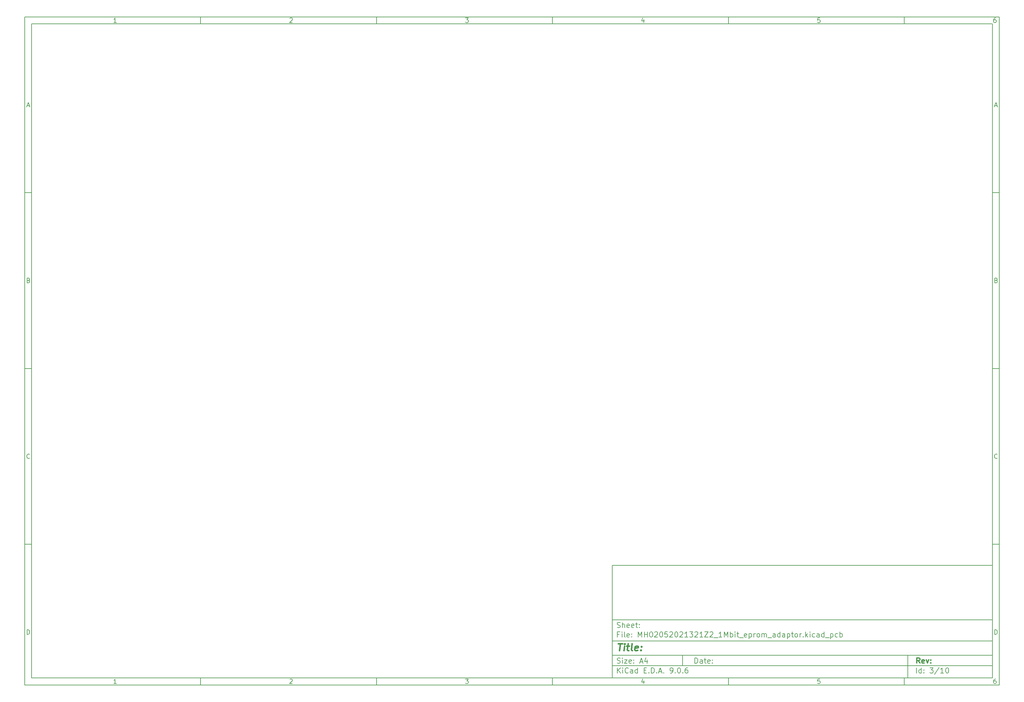
<source format=gbr>
%TF.GenerationSoftware,KiCad,Pcbnew,9.0.6*%
%TF.CreationDate,2026-01-11T11:31:52+09:00*%
%TF.ProjectId,MH02052021321Z2_1Mbit_eprom_adaptor,4d483032-3035-4323-9032-313332315a32,rev?*%
%TF.SameCoordinates,Original*%
%TF.FileFunction,Paste,Top*%
%TF.FilePolarity,Positive*%
%FSLAX46Y46*%
G04 Gerber Fmt 4.6, Leading zero omitted, Abs format (unit mm)*
G04 Created by KiCad (PCBNEW 9.0.6) date 2026-01-11 11:31:52*
%MOMM*%
%LPD*%
G01*
G04 APERTURE LIST*
%ADD10C,0.100000*%
%ADD11C,0.150000*%
%ADD12C,0.300000*%
%ADD13C,0.400000*%
G04 APERTURE END LIST*
D10*
D11*
X177002200Y-166007200D02*
X285002200Y-166007200D01*
X285002200Y-198007200D01*
X177002200Y-198007200D01*
X177002200Y-166007200D01*
D10*
D11*
X10000000Y-10000000D02*
X287002200Y-10000000D01*
X287002200Y-200007200D01*
X10000000Y-200007200D01*
X10000000Y-10000000D01*
D10*
D11*
X12000000Y-12000000D02*
X285002200Y-12000000D01*
X285002200Y-198007200D01*
X12000000Y-198007200D01*
X12000000Y-12000000D01*
D10*
D11*
X60000000Y-12000000D02*
X60000000Y-10000000D01*
D10*
D11*
X110000000Y-12000000D02*
X110000000Y-10000000D01*
D10*
D11*
X160000000Y-12000000D02*
X160000000Y-10000000D01*
D10*
D11*
X210000000Y-12000000D02*
X210000000Y-10000000D01*
D10*
D11*
X260000000Y-12000000D02*
X260000000Y-10000000D01*
D10*
D11*
X36089160Y-11593604D02*
X35346303Y-11593604D01*
X35717731Y-11593604D02*
X35717731Y-10293604D01*
X35717731Y-10293604D02*
X35593922Y-10479319D01*
X35593922Y-10479319D02*
X35470112Y-10603128D01*
X35470112Y-10603128D02*
X35346303Y-10665033D01*
D10*
D11*
X85346303Y-10417414D02*
X85408207Y-10355509D01*
X85408207Y-10355509D02*
X85532017Y-10293604D01*
X85532017Y-10293604D02*
X85841541Y-10293604D01*
X85841541Y-10293604D02*
X85965350Y-10355509D01*
X85965350Y-10355509D02*
X86027255Y-10417414D01*
X86027255Y-10417414D02*
X86089160Y-10541223D01*
X86089160Y-10541223D02*
X86089160Y-10665033D01*
X86089160Y-10665033D02*
X86027255Y-10850747D01*
X86027255Y-10850747D02*
X85284398Y-11593604D01*
X85284398Y-11593604D02*
X86089160Y-11593604D01*
D10*
D11*
X135284398Y-10293604D02*
X136089160Y-10293604D01*
X136089160Y-10293604D02*
X135655826Y-10788842D01*
X135655826Y-10788842D02*
X135841541Y-10788842D01*
X135841541Y-10788842D02*
X135965350Y-10850747D01*
X135965350Y-10850747D02*
X136027255Y-10912652D01*
X136027255Y-10912652D02*
X136089160Y-11036461D01*
X136089160Y-11036461D02*
X136089160Y-11345985D01*
X136089160Y-11345985D02*
X136027255Y-11469795D01*
X136027255Y-11469795D02*
X135965350Y-11531700D01*
X135965350Y-11531700D02*
X135841541Y-11593604D01*
X135841541Y-11593604D02*
X135470112Y-11593604D01*
X135470112Y-11593604D02*
X135346303Y-11531700D01*
X135346303Y-11531700D02*
X135284398Y-11469795D01*
D10*
D11*
X185965350Y-10726938D02*
X185965350Y-11593604D01*
X185655826Y-10231700D02*
X185346303Y-11160271D01*
X185346303Y-11160271D02*
X186151064Y-11160271D01*
D10*
D11*
X236027255Y-10293604D02*
X235408207Y-10293604D01*
X235408207Y-10293604D02*
X235346303Y-10912652D01*
X235346303Y-10912652D02*
X235408207Y-10850747D01*
X235408207Y-10850747D02*
X235532017Y-10788842D01*
X235532017Y-10788842D02*
X235841541Y-10788842D01*
X235841541Y-10788842D02*
X235965350Y-10850747D01*
X235965350Y-10850747D02*
X236027255Y-10912652D01*
X236027255Y-10912652D02*
X236089160Y-11036461D01*
X236089160Y-11036461D02*
X236089160Y-11345985D01*
X236089160Y-11345985D02*
X236027255Y-11469795D01*
X236027255Y-11469795D02*
X235965350Y-11531700D01*
X235965350Y-11531700D02*
X235841541Y-11593604D01*
X235841541Y-11593604D02*
X235532017Y-11593604D01*
X235532017Y-11593604D02*
X235408207Y-11531700D01*
X235408207Y-11531700D02*
X235346303Y-11469795D01*
D10*
D11*
X285965350Y-10293604D02*
X285717731Y-10293604D01*
X285717731Y-10293604D02*
X285593922Y-10355509D01*
X285593922Y-10355509D02*
X285532017Y-10417414D01*
X285532017Y-10417414D02*
X285408207Y-10603128D01*
X285408207Y-10603128D02*
X285346303Y-10850747D01*
X285346303Y-10850747D02*
X285346303Y-11345985D01*
X285346303Y-11345985D02*
X285408207Y-11469795D01*
X285408207Y-11469795D02*
X285470112Y-11531700D01*
X285470112Y-11531700D02*
X285593922Y-11593604D01*
X285593922Y-11593604D02*
X285841541Y-11593604D01*
X285841541Y-11593604D02*
X285965350Y-11531700D01*
X285965350Y-11531700D02*
X286027255Y-11469795D01*
X286027255Y-11469795D02*
X286089160Y-11345985D01*
X286089160Y-11345985D02*
X286089160Y-11036461D01*
X286089160Y-11036461D02*
X286027255Y-10912652D01*
X286027255Y-10912652D02*
X285965350Y-10850747D01*
X285965350Y-10850747D02*
X285841541Y-10788842D01*
X285841541Y-10788842D02*
X285593922Y-10788842D01*
X285593922Y-10788842D02*
X285470112Y-10850747D01*
X285470112Y-10850747D02*
X285408207Y-10912652D01*
X285408207Y-10912652D02*
X285346303Y-11036461D01*
D10*
D11*
X60000000Y-198007200D02*
X60000000Y-200007200D01*
D10*
D11*
X110000000Y-198007200D02*
X110000000Y-200007200D01*
D10*
D11*
X160000000Y-198007200D02*
X160000000Y-200007200D01*
D10*
D11*
X210000000Y-198007200D02*
X210000000Y-200007200D01*
D10*
D11*
X260000000Y-198007200D02*
X260000000Y-200007200D01*
D10*
D11*
X36089160Y-199600804D02*
X35346303Y-199600804D01*
X35717731Y-199600804D02*
X35717731Y-198300804D01*
X35717731Y-198300804D02*
X35593922Y-198486519D01*
X35593922Y-198486519D02*
X35470112Y-198610328D01*
X35470112Y-198610328D02*
X35346303Y-198672233D01*
D10*
D11*
X85346303Y-198424614D02*
X85408207Y-198362709D01*
X85408207Y-198362709D02*
X85532017Y-198300804D01*
X85532017Y-198300804D02*
X85841541Y-198300804D01*
X85841541Y-198300804D02*
X85965350Y-198362709D01*
X85965350Y-198362709D02*
X86027255Y-198424614D01*
X86027255Y-198424614D02*
X86089160Y-198548423D01*
X86089160Y-198548423D02*
X86089160Y-198672233D01*
X86089160Y-198672233D02*
X86027255Y-198857947D01*
X86027255Y-198857947D02*
X85284398Y-199600804D01*
X85284398Y-199600804D02*
X86089160Y-199600804D01*
D10*
D11*
X135284398Y-198300804D02*
X136089160Y-198300804D01*
X136089160Y-198300804D02*
X135655826Y-198796042D01*
X135655826Y-198796042D02*
X135841541Y-198796042D01*
X135841541Y-198796042D02*
X135965350Y-198857947D01*
X135965350Y-198857947D02*
X136027255Y-198919852D01*
X136027255Y-198919852D02*
X136089160Y-199043661D01*
X136089160Y-199043661D02*
X136089160Y-199353185D01*
X136089160Y-199353185D02*
X136027255Y-199476995D01*
X136027255Y-199476995D02*
X135965350Y-199538900D01*
X135965350Y-199538900D02*
X135841541Y-199600804D01*
X135841541Y-199600804D02*
X135470112Y-199600804D01*
X135470112Y-199600804D02*
X135346303Y-199538900D01*
X135346303Y-199538900D02*
X135284398Y-199476995D01*
D10*
D11*
X185965350Y-198734138D02*
X185965350Y-199600804D01*
X185655826Y-198238900D02*
X185346303Y-199167471D01*
X185346303Y-199167471D02*
X186151064Y-199167471D01*
D10*
D11*
X236027255Y-198300804D02*
X235408207Y-198300804D01*
X235408207Y-198300804D02*
X235346303Y-198919852D01*
X235346303Y-198919852D02*
X235408207Y-198857947D01*
X235408207Y-198857947D02*
X235532017Y-198796042D01*
X235532017Y-198796042D02*
X235841541Y-198796042D01*
X235841541Y-198796042D02*
X235965350Y-198857947D01*
X235965350Y-198857947D02*
X236027255Y-198919852D01*
X236027255Y-198919852D02*
X236089160Y-199043661D01*
X236089160Y-199043661D02*
X236089160Y-199353185D01*
X236089160Y-199353185D02*
X236027255Y-199476995D01*
X236027255Y-199476995D02*
X235965350Y-199538900D01*
X235965350Y-199538900D02*
X235841541Y-199600804D01*
X235841541Y-199600804D02*
X235532017Y-199600804D01*
X235532017Y-199600804D02*
X235408207Y-199538900D01*
X235408207Y-199538900D02*
X235346303Y-199476995D01*
D10*
D11*
X285965350Y-198300804D02*
X285717731Y-198300804D01*
X285717731Y-198300804D02*
X285593922Y-198362709D01*
X285593922Y-198362709D02*
X285532017Y-198424614D01*
X285532017Y-198424614D02*
X285408207Y-198610328D01*
X285408207Y-198610328D02*
X285346303Y-198857947D01*
X285346303Y-198857947D02*
X285346303Y-199353185D01*
X285346303Y-199353185D02*
X285408207Y-199476995D01*
X285408207Y-199476995D02*
X285470112Y-199538900D01*
X285470112Y-199538900D02*
X285593922Y-199600804D01*
X285593922Y-199600804D02*
X285841541Y-199600804D01*
X285841541Y-199600804D02*
X285965350Y-199538900D01*
X285965350Y-199538900D02*
X286027255Y-199476995D01*
X286027255Y-199476995D02*
X286089160Y-199353185D01*
X286089160Y-199353185D02*
X286089160Y-199043661D01*
X286089160Y-199043661D02*
X286027255Y-198919852D01*
X286027255Y-198919852D02*
X285965350Y-198857947D01*
X285965350Y-198857947D02*
X285841541Y-198796042D01*
X285841541Y-198796042D02*
X285593922Y-198796042D01*
X285593922Y-198796042D02*
X285470112Y-198857947D01*
X285470112Y-198857947D02*
X285408207Y-198919852D01*
X285408207Y-198919852D02*
X285346303Y-199043661D01*
D10*
D11*
X10000000Y-60000000D02*
X12000000Y-60000000D01*
D10*
D11*
X10000000Y-110000000D02*
X12000000Y-110000000D01*
D10*
D11*
X10000000Y-160000000D02*
X12000000Y-160000000D01*
D10*
D11*
X10690476Y-35222176D02*
X11309523Y-35222176D01*
X10566666Y-35593604D02*
X10999999Y-34293604D01*
X10999999Y-34293604D02*
X11433333Y-35593604D01*
D10*
D11*
X11092857Y-84912652D02*
X11278571Y-84974557D01*
X11278571Y-84974557D02*
X11340476Y-85036461D01*
X11340476Y-85036461D02*
X11402380Y-85160271D01*
X11402380Y-85160271D02*
X11402380Y-85345985D01*
X11402380Y-85345985D02*
X11340476Y-85469795D01*
X11340476Y-85469795D02*
X11278571Y-85531700D01*
X11278571Y-85531700D02*
X11154761Y-85593604D01*
X11154761Y-85593604D02*
X10659523Y-85593604D01*
X10659523Y-85593604D02*
X10659523Y-84293604D01*
X10659523Y-84293604D02*
X11092857Y-84293604D01*
X11092857Y-84293604D02*
X11216666Y-84355509D01*
X11216666Y-84355509D02*
X11278571Y-84417414D01*
X11278571Y-84417414D02*
X11340476Y-84541223D01*
X11340476Y-84541223D02*
X11340476Y-84665033D01*
X11340476Y-84665033D02*
X11278571Y-84788842D01*
X11278571Y-84788842D02*
X11216666Y-84850747D01*
X11216666Y-84850747D02*
X11092857Y-84912652D01*
X11092857Y-84912652D02*
X10659523Y-84912652D01*
D10*
D11*
X11402380Y-135469795D02*
X11340476Y-135531700D01*
X11340476Y-135531700D02*
X11154761Y-135593604D01*
X11154761Y-135593604D02*
X11030952Y-135593604D01*
X11030952Y-135593604D02*
X10845238Y-135531700D01*
X10845238Y-135531700D02*
X10721428Y-135407890D01*
X10721428Y-135407890D02*
X10659523Y-135284080D01*
X10659523Y-135284080D02*
X10597619Y-135036461D01*
X10597619Y-135036461D02*
X10597619Y-134850747D01*
X10597619Y-134850747D02*
X10659523Y-134603128D01*
X10659523Y-134603128D02*
X10721428Y-134479319D01*
X10721428Y-134479319D02*
X10845238Y-134355509D01*
X10845238Y-134355509D02*
X11030952Y-134293604D01*
X11030952Y-134293604D02*
X11154761Y-134293604D01*
X11154761Y-134293604D02*
X11340476Y-134355509D01*
X11340476Y-134355509D02*
X11402380Y-134417414D01*
D10*
D11*
X10659523Y-185593604D02*
X10659523Y-184293604D01*
X10659523Y-184293604D02*
X10969047Y-184293604D01*
X10969047Y-184293604D02*
X11154761Y-184355509D01*
X11154761Y-184355509D02*
X11278571Y-184479319D01*
X11278571Y-184479319D02*
X11340476Y-184603128D01*
X11340476Y-184603128D02*
X11402380Y-184850747D01*
X11402380Y-184850747D02*
X11402380Y-185036461D01*
X11402380Y-185036461D02*
X11340476Y-185284080D01*
X11340476Y-185284080D02*
X11278571Y-185407890D01*
X11278571Y-185407890D02*
X11154761Y-185531700D01*
X11154761Y-185531700D02*
X10969047Y-185593604D01*
X10969047Y-185593604D02*
X10659523Y-185593604D01*
D10*
D11*
X287002200Y-60000000D02*
X285002200Y-60000000D01*
D10*
D11*
X287002200Y-110000000D02*
X285002200Y-110000000D01*
D10*
D11*
X287002200Y-160000000D02*
X285002200Y-160000000D01*
D10*
D11*
X285692676Y-35222176D02*
X286311723Y-35222176D01*
X285568866Y-35593604D02*
X286002199Y-34293604D01*
X286002199Y-34293604D02*
X286435533Y-35593604D01*
D10*
D11*
X286095057Y-84912652D02*
X286280771Y-84974557D01*
X286280771Y-84974557D02*
X286342676Y-85036461D01*
X286342676Y-85036461D02*
X286404580Y-85160271D01*
X286404580Y-85160271D02*
X286404580Y-85345985D01*
X286404580Y-85345985D02*
X286342676Y-85469795D01*
X286342676Y-85469795D02*
X286280771Y-85531700D01*
X286280771Y-85531700D02*
X286156961Y-85593604D01*
X286156961Y-85593604D02*
X285661723Y-85593604D01*
X285661723Y-85593604D02*
X285661723Y-84293604D01*
X285661723Y-84293604D02*
X286095057Y-84293604D01*
X286095057Y-84293604D02*
X286218866Y-84355509D01*
X286218866Y-84355509D02*
X286280771Y-84417414D01*
X286280771Y-84417414D02*
X286342676Y-84541223D01*
X286342676Y-84541223D02*
X286342676Y-84665033D01*
X286342676Y-84665033D02*
X286280771Y-84788842D01*
X286280771Y-84788842D02*
X286218866Y-84850747D01*
X286218866Y-84850747D02*
X286095057Y-84912652D01*
X286095057Y-84912652D02*
X285661723Y-84912652D01*
D10*
D11*
X286404580Y-135469795D02*
X286342676Y-135531700D01*
X286342676Y-135531700D02*
X286156961Y-135593604D01*
X286156961Y-135593604D02*
X286033152Y-135593604D01*
X286033152Y-135593604D02*
X285847438Y-135531700D01*
X285847438Y-135531700D02*
X285723628Y-135407890D01*
X285723628Y-135407890D02*
X285661723Y-135284080D01*
X285661723Y-135284080D02*
X285599819Y-135036461D01*
X285599819Y-135036461D02*
X285599819Y-134850747D01*
X285599819Y-134850747D02*
X285661723Y-134603128D01*
X285661723Y-134603128D02*
X285723628Y-134479319D01*
X285723628Y-134479319D02*
X285847438Y-134355509D01*
X285847438Y-134355509D02*
X286033152Y-134293604D01*
X286033152Y-134293604D02*
X286156961Y-134293604D01*
X286156961Y-134293604D02*
X286342676Y-134355509D01*
X286342676Y-134355509D02*
X286404580Y-134417414D01*
D10*
D11*
X285661723Y-185593604D02*
X285661723Y-184293604D01*
X285661723Y-184293604D02*
X285971247Y-184293604D01*
X285971247Y-184293604D02*
X286156961Y-184355509D01*
X286156961Y-184355509D02*
X286280771Y-184479319D01*
X286280771Y-184479319D02*
X286342676Y-184603128D01*
X286342676Y-184603128D02*
X286404580Y-184850747D01*
X286404580Y-184850747D02*
X286404580Y-185036461D01*
X286404580Y-185036461D02*
X286342676Y-185284080D01*
X286342676Y-185284080D02*
X286280771Y-185407890D01*
X286280771Y-185407890D02*
X286156961Y-185531700D01*
X286156961Y-185531700D02*
X285971247Y-185593604D01*
X285971247Y-185593604D02*
X285661723Y-185593604D01*
D10*
D11*
X200458026Y-193793328D02*
X200458026Y-192293328D01*
X200458026Y-192293328D02*
X200815169Y-192293328D01*
X200815169Y-192293328D02*
X201029455Y-192364757D01*
X201029455Y-192364757D02*
X201172312Y-192507614D01*
X201172312Y-192507614D02*
X201243741Y-192650471D01*
X201243741Y-192650471D02*
X201315169Y-192936185D01*
X201315169Y-192936185D02*
X201315169Y-193150471D01*
X201315169Y-193150471D02*
X201243741Y-193436185D01*
X201243741Y-193436185D02*
X201172312Y-193579042D01*
X201172312Y-193579042D02*
X201029455Y-193721900D01*
X201029455Y-193721900D02*
X200815169Y-193793328D01*
X200815169Y-193793328D02*
X200458026Y-193793328D01*
X202600884Y-193793328D02*
X202600884Y-193007614D01*
X202600884Y-193007614D02*
X202529455Y-192864757D01*
X202529455Y-192864757D02*
X202386598Y-192793328D01*
X202386598Y-192793328D02*
X202100884Y-192793328D01*
X202100884Y-192793328D02*
X201958026Y-192864757D01*
X202600884Y-193721900D02*
X202458026Y-193793328D01*
X202458026Y-193793328D02*
X202100884Y-193793328D01*
X202100884Y-193793328D02*
X201958026Y-193721900D01*
X201958026Y-193721900D02*
X201886598Y-193579042D01*
X201886598Y-193579042D02*
X201886598Y-193436185D01*
X201886598Y-193436185D02*
X201958026Y-193293328D01*
X201958026Y-193293328D02*
X202100884Y-193221900D01*
X202100884Y-193221900D02*
X202458026Y-193221900D01*
X202458026Y-193221900D02*
X202600884Y-193150471D01*
X203100884Y-192793328D02*
X203672312Y-192793328D01*
X203315169Y-192293328D02*
X203315169Y-193579042D01*
X203315169Y-193579042D02*
X203386598Y-193721900D01*
X203386598Y-193721900D02*
X203529455Y-193793328D01*
X203529455Y-193793328D02*
X203672312Y-193793328D01*
X204743741Y-193721900D02*
X204600884Y-193793328D01*
X204600884Y-193793328D02*
X204315170Y-193793328D01*
X204315170Y-193793328D02*
X204172312Y-193721900D01*
X204172312Y-193721900D02*
X204100884Y-193579042D01*
X204100884Y-193579042D02*
X204100884Y-193007614D01*
X204100884Y-193007614D02*
X204172312Y-192864757D01*
X204172312Y-192864757D02*
X204315170Y-192793328D01*
X204315170Y-192793328D02*
X204600884Y-192793328D01*
X204600884Y-192793328D02*
X204743741Y-192864757D01*
X204743741Y-192864757D02*
X204815170Y-193007614D01*
X204815170Y-193007614D02*
X204815170Y-193150471D01*
X204815170Y-193150471D02*
X204100884Y-193293328D01*
X205458026Y-193650471D02*
X205529455Y-193721900D01*
X205529455Y-193721900D02*
X205458026Y-193793328D01*
X205458026Y-193793328D02*
X205386598Y-193721900D01*
X205386598Y-193721900D02*
X205458026Y-193650471D01*
X205458026Y-193650471D02*
X205458026Y-193793328D01*
X205458026Y-192864757D02*
X205529455Y-192936185D01*
X205529455Y-192936185D02*
X205458026Y-193007614D01*
X205458026Y-193007614D02*
X205386598Y-192936185D01*
X205386598Y-192936185D02*
X205458026Y-192864757D01*
X205458026Y-192864757D02*
X205458026Y-193007614D01*
D10*
D11*
X177002200Y-194507200D02*
X285002200Y-194507200D01*
D10*
D11*
X178458026Y-196593328D02*
X178458026Y-195093328D01*
X179315169Y-196593328D02*
X178672312Y-195736185D01*
X179315169Y-195093328D02*
X178458026Y-195950471D01*
X179958026Y-196593328D02*
X179958026Y-195593328D01*
X179958026Y-195093328D02*
X179886598Y-195164757D01*
X179886598Y-195164757D02*
X179958026Y-195236185D01*
X179958026Y-195236185D02*
X180029455Y-195164757D01*
X180029455Y-195164757D02*
X179958026Y-195093328D01*
X179958026Y-195093328D02*
X179958026Y-195236185D01*
X181529455Y-196450471D02*
X181458027Y-196521900D01*
X181458027Y-196521900D02*
X181243741Y-196593328D01*
X181243741Y-196593328D02*
X181100884Y-196593328D01*
X181100884Y-196593328D02*
X180886598Y-196521900D01*
X180886598Y-196521900D02*
X180743741Y-196379042D01*
X180743741Y-196379042D02*
X180672312Y-196236185D01*
X180672312Y-196236185D02*
X180600884Y-195950471D01*
X180600884Y-195950471D02*
X180600884Y-195736185D01*
X180600884Y-195736185D02*
X180672312Y-195450471D01*
X180672312Y-195450471D02*
X180743741Y-195307614D01*
X180743741Y-195307614D02*
X180886598Y-195164757D01*
X180886598Y-195164757D02*
X181100884Y-195093328D01*
X181100884Y-195093328D02*
X181243741Y-195093328D01*
X181243741Y-195093328D02*
X181458027Y-195164757D01*
X181458027Y-195164757D02*
X181529455Y-195236185D01*
X182815170Y-196593328D02*
X182815170Y-195807614D01*
X182815170Y-195807614D02*
X182743741Y-195664757D01*
X182743741Y-195664757D02*
X182600884Y-195593328D01*
X182600884Y-195593328D02*
X182315170Y-195593328D01*
X182315170Y-195593328D02*
X182172312Y-195664757D01*
X182815170Y-196521900D02*
X182672312Y-196593328D01*
X182672312Y-196593328D02*
X182315170Y-196593328D01*
X182315170Y-196593328D02*
X182172312Y-196521900D01*
X182172312Y-196521900D02*
X182100884Y-196379042D01*
X182100884Y-196379042D02*
X182100884Y-196236185D01*
X182100884Y-196236185D02*
X182172312Y-196093328D01*
X182172312Y-196093328D02*
X182315170Y-196021900D01*
X182315170Y-196021900D02*
X182672312Y-196021900D01*
X182672312Y-196021900D02*
X182815170Y-195950471D01*
X184172313Y-196593328D02*
X184172313Y-195093328D01*
X184172313Y-196521900D02*
X184029455Y-196593328D01*
X184029455Y-196593328D02*
X183743741Y-196593328D01*
X183743741Y-196593328D02*
X183600884Y-196521900D01*
X183600884Y-196521900D02*
X183529455Y-196450471D01*
X183529455Y-196450471D02*
X183458027Y-196307614D01*
X183458027Y-196307614D02*
X183458027Y-195879042D01*
X183458027Y-195879042D02*
X183529455Y-195736185D01*
X183529455Y-195736185D02*
X183600884Y-195664757D01*
X183600884Y-195664757D02*
X183743741Y-195593328D01*
X183743741Y-195593328D02*
X184029455Y-195593328D01*
X184029455Y-195593328D02*
X184172313Y-195664757D01*
X186029455Y-195807614D02*
X186529455Y-195807614D01*
X186743741Y-196593328D02*
X186029455Y-196593328D01*
X186029455Y-196593328D02*
X186029455Y-195093328D01*
X186029455Y-195093328D02*
X186743741Y-195093328D01*
X187386598Y-196450471D02*
X187458027Y-196521900D01*
X187458027Y-196521900D02*
X187386598Y-196593328D01*
X187386598Y-196593328D02*
X187315170Y-196521900D01*
X187315170Y-196521900D02*
X187386598Y-196450471D01*
X187386598Y-196450471D02*
X187386598Y-196593328D01*
X188100884Y-196593328D02*
X188100884Y-195093328D01*
X188100884Y-195093328D02*
X188458027Y-195093328D01*
X188458027Y-195093328D02*
X188672313Y-195164757D01*
X188672313Y-195164757D02*
X188815170Y-195307614D01*
X188815170Y-195307614D02*
X188886599Y-195450471D01*
X188886599Y-195450471D02*
X188958027Y-195736185D01*
X188958027Y-195736185D02*
X188958027Y-195950471D01*
X188958027Y-195950471D02*
X188886599Y-196236185D01*
X188886599Y-196236185D02*
X188815170Y-196379042D01*
X188815170Y-196379042D02*
X188672313Y-196521900D01*
X188672313Y-196521900D02*
X188458027Y-196593328D01*
X188458027Y-196593328D02*
X188100884Y-196593328D01*
X189600884Y-196450471D02*
X189672313Y-196521900D01*
X189672313Y-196521900D02*
X189600884Y-196593328D01*
X189600884Y-196593328D02*
X189529456Y-196521900D01*
X189529456Y-196521900D02*
X189600884Y-196450471D01*
X189600884Y-196450471D02*
X189600884Y-196593328D01*
X190243742Y-196164757D02*
X190958028Y-196164757D01*
X190100885Y-196593328D02*
X190600885Y-195093328D01*
X190600885Y-195093328D02*
X191100885Y-196593328D01*
X191600884Y-196450471D02*
X191672313Y-196521900D01*
X191672313Y-196521900D02*
X191600884Y-196593328D01*
X191600884Y-196593328D02*
X191529456Y-196521900D01*
X191529456Y-196521900D02*
X191600884Y-196450471D01*
X191600884Y-196450471D02*
X191600884Y-196593328D01*
X193529456Y-196593328D02*
X193815170Y-196593328D01*
X193815170Y-196593328D02*
X193958027Y-196521900D01*
X193958027Y-196521900D02*
X194029456Y-196450471D01*
X194029456Y-196450471D02*
X194172313Y-196236185D01*
X194172313Y-196236185D02*
X194243742Y-195950471D01*
X194243742Y-195950471D02*
X194243742Y-195379042D01*
X194243742Y-195379042D02*
X194172313Y-195236185D01*
X194172313Y-195236185D02*
X194100885Y-195164757D01*
X194100885Y-195164757D02*
X193958027Y-195093328D01*
X193958027Y-195093328D02*
X193672313Y-195093328D01*
X193672313Y-195093328D02*
X193529456Y-195164757D01*
X193529456Y-195164757D02*
X193458027Y-195236185D01*
X193458027Y-195236185D02*
X193386599Y-195379042D01*
X193386599Y-195379042D02*
X193386599Y-195736185D01*
X193386599Y-195736185D02*
X193458027Y-195879042D01*
X193458027Y-195879042D02*
X193529456Y-195950471D01*
X193529456Y-195950471D02*
X193672313Y-196021900D01*
X193672313Y-196021900D02*
X193958027Y-196021900D01*
X193958027Y-196021900D02*
X194100885Y-195950471D01*
X194100885Y-195950471D02*
X194172313Y-195879042D01*
X194172313Y-195879042D02*
X194243742Y-195736185D01*
X194886598Y-196450471D02*
X194958027Y-196521900D01*
X194958027Y-196521900D02*
X194886598Y-196593328D01*
X194886598Y-196593328D02*
X194815170Y-196521900D01*
X194815170Y-196521900D02*
X194886598Y-196450471D01*
X194886598Y-196450471D02*
X194886598Y-196593328D01*
X195886599Y-195093328D02*
X196029456Y-195093328D01*
X196029456Y-195093328D02*
X196172313Y-195164757D01*
X196172313Y-195164757D02*
X196243742Y-195236185D01*
X196243742Y-195236185D02*
X196315170Y-195379042D01*
X196315170Y-195379042D02*
X196386599Y-195664757D01*
X196386599Y-195664757D02*
X196386599Y-196021900D01*
X196386599Y-196021900D02*
X196315170Y-196307614D01*
X196315170Y-196307614D02*
X196243742Y-196450471D01*
X196243742Y-196450471D02*
X196172313Y-196521900D01*
X196172313Y-196521900D02*
X196029456Y-196593328D01*
X196029456Y-196593328D02*
X195886599Y-196593328D01*
X195886599Y-196593328D02*
X195743742Y-196521900D01*
X195743742Y-196521900D02*
X195672313Y-196450471D01*
X195672313Y-196450471D02*
X195600884Y-196307614D01*
X195600884Y-196307614D02*
X195529456Y-196021900D01*
X195529456Y-196021900D02*
X195529456Y-195664757D01*
X195529456Y-195664757D02*
X195600884Y-195379042D01*
X195600884Y-195379042D02*
X195672313Y-195236185D01*
X195672313Y-195236185D02*
X195743742Y-195164757D01*
X195743742Y-195164757D02*
X195886599Y-195093328D01*
X197029455Y-196450471D02*
X197100884Y-196521900D01*
X197100884Y-196521900D02*
X197029455Y-196593328D01*
X197029455Y-196593328D02*
X196958027Y-196521900D01*
X196958027Y-196521900D02*
X197029455Y-196450471D01*
X197029455Y-196450471D02*
X197029455Y-196593328D01*
X198386599Y-195093328D02*
X198100884Y-195093328D01*
X198100884Y-195093328D02*
X197958027Y-195164757D01*
X197958027Y-195164757D02*
X197886599Y-195236185D01*
X197886599Y-195236185D02*
X197743741Y-195450471D01*
X197743741Y-195450471D02*
X197672313Y-195736185D01*
X197672313Y-195736185D02*
X197672313Y-196307614D01*
X197672313Y-196307614D02*
X197743741Y-196450471D01*
X197743741Y-196450471D02*
X197815170Y-196521900D01*
X197815170Y-196521900D02*
X197958027Y-196593328D01*
X197958027Y-196593328D02*
X198243741Y-196593328D01*
X198243741Y-196593328D02*
X198386599Y-196521900D01*
X198386599Y-196521900D02*
X198458027Y-196450471D01*
X198458027Y-196450471D02*
X198529456Y-196307614D01*
X198529456Y-196307614D02*
X198529456Y-195950471D01*
X198529456Y-195950471D02*
X198458027Y-195807614D01*
X198458027Y-195807614D02*
X198386599Y-195736185D01*
X198386599Y-195736185D02*
X198243741Y-195664757D01*
X198243741Y-195664757D02*
X197958027Y-195664757D01*
X197958027Y-195664757D02*
X197815170Y-195736185D01*
X197815170Y-195736185D02*
X197743741Y-195807614D01*
X197743741Y-195807614D02*
X197672313Y-195950471D01*
D10*
D11*
X177002200Y-191507200D02*
X285002200Y-191507200D01*
D10*
D12*
X264413853Y-193785528D02*
X263913853Y-193071242D01*
X263556710Y-193785528D02*
X263556710Y-192285528D01*
X263556710Y-192285528D02*
X264128139Y-192285528D01*
X264128139Y-192285528D02*
X264270996Y-192356957D01*
X264270996Y-192356957D02*
X264342425Y-192428385D01*
X264342425Y-192428385D02*
X264413853Y-192571242D01*
X264413853Y-192571242D02*
X264413853Y-192785528D01*
X264413853Y-192785528D02*
X264342425Y-192928385D01*
X264342425Y-192928385D02*
X264270996Y-192999814D01*
X264270996Y-192999814D02*
X264128139Y-193071242D01*
X264128139Y-193071242D02*
X263556710Y-193071242D01*
X265628139Y-193714100D02*
X265485282Y-193785528D01*
X265485282Y-193785528D02*
X265199568Y-193785528D01*
X265199568Y-193785528D02*
X265056710Y-193714100D01*
X265056710Y-193714100D02*
X264985282Y-193571242D01*
X264985282Y-193571242D02*
X264985282Y-192999814D01*
X264985282Y-192999814D02*
X265056710Y-192856957D01*
X265056710Y-192856957D02*
X265199568Y-192785528D01*
X265199568Y-192785528D02*
X265485282Y-192785528D01*
X265485282Y-192785528D02*
X265628139Y-192856957D01*
X265628139Y-192856957D02*
X265699568Y-192999814D01*
X265699568Y-192999814D02*
X265699568Y-193142671D01*
X265699568Y-193142671D02*
X264985282Y-193285528D01*
X266199567Y-192785528D02*
X266556710Y-193785528D01*
X266556710Y-193785528D02*
X266913853Y-192785528D01*
X267485281Y-193642671D02*
X267556710Y-193714100D01*
X267556710Y-193714100D02*
X267485281Y-193785528D01*
X267485281Y-193785528D02*
X267413853Y-193714100D01*
X267413853Y-193714100D02*
X267485281Y-193642671D01*
X267485281Y-193642671D02*
X267485281Y-193785528D01*
X267485281Y-192856957D02*
X267556710Y-192928385D01*
X267556710Y-192928385D02*
X267485281Y-192999814D01*
X267485281Y-192999814D02*
X267413853Y-192928385D01*
X267413853Y-192928385D02*
X267485281Y-192856957D01*
X267485281Y-192856957D02*
X267485281Y-192999814D01*
D10*
D11*
X178386598Y-193721900D02*
X178600884Y-193793328D01*
X178600884Y-193793328D02*
X178958026Y-193793328D01*
X178958026Y-193793328D02*
X179100884Y-193721900D01*
X179100884Y-193721900D02*
X179172312Y-193650471D01*
X179172312Y-193650471D02*
X179243741Y-193507614D01*
X179243741Y-193507614D02*
X179243741Y-193364757D01*
X179243741Y-193364757D02*
X179172312Y-193221900D01*
X179172312Y-193221900D02*
X179100884Y-193150471D01*
X179100884Y-193150471D02*
X178958026Y-193079042D01*
X178958026Y-193079042D02*
X178672312Y-193007614D01*
X178672312Y-193007614D02*
X178529455Y-192936185D01*
X178529455Y-192936185D02*
X178458026Y-192864757D01*
X178458026Y-192864757D02*
X178386598Y-192721900D01*
X178386598Y-192721900D02*
X178386598Y-192579042D01*
X178386598Y-192579042D02*
X178458026Y-192436185D01*
X178458026Y-192436185D02*
X178529455Y-192364757D01*
X178529455Y-192364757D02*
X178672312Y-192293328D01*
X178672312Y-192293328D02*
X179029455Y-192293328D01*
X179029455Y-192293328D02*
X179243741Y-192364757D01*
X179886597Y-193793328D02*
X179886597Y-192793328D01*
X179886597Y-192293328D02*
X179815169Y-192364757D01*
X179815169Y-192364757D02*
X179886597Y-192436185D01*
X179886597Y-192436185D02*
X179958026Y-192364757D01*
X179958026Y-192364757D02*
X179886597Y-192293328D01*
X179886597Y-192293328D02*
X179886597Y-192436185D01*
X180458026Y-192793328D02*
X181243741Y-192793328D01*
X181243741Y-192793328D02*
X180458026Y-193793328D01*
X180458026Y-193793328D02*
X181243741Y-193793328D01*
X182386598Y-193721900D02*
X182243741Y-193793328D01*
X182243741Y-193793328D02*
X181958027Y-193793328D01*
X181958027Y-193793328D02*
X181815169Y-193721900D01*
X181815169Y-193721900D02*
X181743741Y-193579042D01*
X181743741Y-193579042D02*
X181743741Y-193007614D01*
X181743741Y-193007614D02*
X181815169Y-192864757D01*
X181815169Y-192864757D02*
X181958027Y-192793328D01*
X181958027Y-192793328D02*
X182243741Y-192793328D01*
X182243741Y-192793328D02*
X182386598Y-192864757D01*
X182386598Y-192864757D02*
X182458027Y-193007614D01*
X182458027Y-193007614D02*
X182458027Y-193150471D01*
X182458027Y-193150471D02*
X181743741Y-193293328D01*
X183100883Y-193650471D02*
X183172312Y-193721900D01*
X183172312Y-193721900D02*
X183100883Y-193793328D01*
X183100883Y-193793328D02*
X183029455Y-193721900D01*
X183029455Y-193721900D02*
X183100883Y-193650471D01*
X183100883Y-193650471D02*
X183100883Y-193793328D01*
X183100883Y-192864757D02*
X183172312Y-192936185D01*
X183172312Y-192936185D02*
X183100883Y-193007614D01*
X183100883Y-193007614D02*
X183029455Y-192936185D01*
X183029455Y-192936185D02*
X183100883Y-192864757D01*
X183100883Y-192864757D02*
X183100883Y-193007614D01*
X184886598Y-193364757D02*
X185600884Y-193364757D01*
X184743741Y-193793328D02*
X185243741Y-192293328D01*
X185243741Y-192293328D02*
X185743741Y-193793328D01*
X186886598Y-192793328D02*
X186886598Y-193793328D01*
X186529455Y-192221900D02*
X186172312Y-193293328D01*
X186172312Y-193293328D02*
X187100883Y-193293328D01*
D10*
D11*
X263458026Y-196593328D02*
X263458026Y-195093328D01*
X264815170Y-196593328D02*
X264815170Y-195093328D01*
X264815170Y-196521900D02*
X264672312Y-196593328D01*
X264672312Y-196593328D02*
X264386598Y-196593328D01*
X264386598Y-196593328D02*
X264243741Y-196521900D01*
X264243741Y-196521900D02*
X264172312Y-196450471D01*
X264172312Y-196450471D02*
X264100884Y-196307614D01*
X264100884Y-196307614D02*
X264100884Y-195879042D01*
X264100884Y-195879042D02*
X264172312Y-195736185D01*
X264172312Y-195736185D02*
X264243741Y-195664757D01*
X264243741Y-195664757D02*
X264386598Y-195593328D01*
X264386598Y-195593328D02*
X264672312Y-195593328D01*
X264672312Y-195593328D02*
X264815170Y-195664757D01*
X265529455Y-196450471D02*
X265600884Y-196521900D01*
X265600884Y-196521900D02*
X265529455Y-196593328D01*
X265529455Y-196593328D02*
X265458027Y-196521900D01*
X265458027Y-196521900D02*
X265529455Y-196450471D01*
X265529455Y-196450471D02*
X265529455Y-196593328D01*
X265529455Y-195664757D02*
X265600884Y-195736185D01*
X265600884Y-195736185D02*
X265529455Y-195807614D01*
X265529455Y-195807614D02*
X265458027Y-195736185D01*
X265458027Y-195736185D02*
X265529455Y-195664757D01*
X265529455Y-195664757D02*
X265529455Y-195807614D01*
X267243741Y-195093328D02*
X268172313Y-195093328D01*
X268172313Y-195093328D02*
X267672313Y-195664757D01*
X267672313Y-195664757D02*
X267886598Y-195664757D01*
X267886598Y-195664757D02*
X268029456Y-195736185D01*
X268029456Y-195736185D02*
X268100884Y-195807614D01*
X268100884Y-195807614D02*
X268172313Y-195950471D01*
X268172313Y-195950471D02*
X268172313Y-196307614D01*
X268172313Y-196307614D02*
X268100884Y-196450471D01*
X268100884Y-196450471D02*
X268029456Y-196521900D01*
X268029456Y-196521900D02*
X267886598Y-196593328D01*
X267886598Y-196593328D02*
X267458027Y-196593328D01*
X267458027Y-196593328D02*
X267315170Y-196521900D01*
X267315170Y-196521900D02*
X267243741Y-196450471D01*
X269886598Y-195021900D02*
X268600884Y-196950471D01*
X271172313Y-196593328D02*
X270315170Y-196593328D01*
X270743741Y-196593328D02*
X270743741Y-195093328D01*
X270743741Y-195093328D02*
X270600884Y-195307614D01*
X270600884Y-195307614D02*
X270458027Y-195450471D01*
X270458027Y-195450471D02*
X270315170Y-195521900D01*
X272100884Y-195093328D02*
X272243741Y-195093328D01*
X272243741Y-195093328D02*
X272386598Y-195164757D01*
X272386598Y-195164757D02*
X272458027Y-195236185D01*
X272458027Y-195236185D02*
X272529455Y-195379042D01*
X272529455Y-195379042D02*
X272600884Y-195664757D01*
X272600884Y-195664757D02*
X272600884Y-196021900D01*
X272600884Y-196021900D02*
X272529455Y-196307614D01*
X272529455Y-196307614D02*
X272458027Y-196450471D01*
X272458027Y-196450471D02*
X272386598Y-196521900D01*
X272386598Y-196521900D02*
X272243741Y-196593328D01*
X272243741Y-196593328D02*
X272100884Y-196593328D01*
X272100884Y-196593328D02*
X271958027Y-196521900D01*
X271958027Y-196521900D02*
X271886598Y-196450471D01*
X271886598Y-196450471D02*
X271815169Y-196307614D01*
X271815169Y-196307614D02*
X271743741Y-196021900D01*
X271743741Y-196021900D02*
X271743741Y-195664757D01*
X271743741Y-195664757D02*
X271815169Y-195379042D01*
X271815169Y-195379042D02*
X271886598Y-195236185D01*
X271886598Y-195236185D02*
X271958027Y-195164757D01*
X271958027Y-195164757D02*
X272100884Y-195093328D01*
D10*
D11*
X177002200Y-187507200D02*
X285002200Y-187507200D01*
D10*
D13*
X178693928Y-188211638D02*
X179836785Y-188211638D01*
X179015357Y-190211638D02*
X179265357Y-188211638D01*
X180253452Y-190211638D02*
X180420119Y-188878304D01*
X180503452Y-188211638D02*
X180396309Y-188306876D01*
X180396309Y-188306876D02*
X180479643Y-188402114D01*
X180479643Y-188402114D02*
X180586786Y-188306876D01*
X180586786Y-188306876D02*
X180503452Y-188211638D01*
X180503452Y-188211638D02*
X180479643Y-188402114D01*
X181086786Y-188878304D02*
X181848690Y-188878304D01*
X181455833Y-188211638D02*
X181241548Y-189925923D01*
X181241548Y-189925923D02*
X181312976Y-190116400D01*
X181312976Y-190116400D02*
X181491548Y-190211638D01*
X181491548Y-190211638D02*
X181682024Y-190211638D01*
X182634405Y-190211638D02*
X182455833Y-190116400D01*
X182455833Y-190116400D02*
X182384405Y-189925923D01*
X182384405Y-189925923D02*
X182598690Y-188211638D01*
X184170119Y-190116400D02*
X183967738Y-190211638D01*
X183967738Y-190211638D02*
X183586785Y-190211638D01*
X183586785Y-190211638D02*
X183408214Y-190116400D01*
X183408214Y-190116400D02*
X183336785Y-189925923D01*
X183336785Y-189925923D02*
X183432024Y-189164019D01*
X183432024Y-189164019D02*
X183551071Y-188973542D01*
X183551071Y-188973542D02*
X183753452Y-188878304D01*
X183753452Y-188878304D02*
X184134404Y-188878304D01*
X184134404Y-188878304D02*
X184312976Y-188973542D01*
X184312976Y-188973542D02*
X184384404Y-189164019D01*
X184384404Y-189164019D02*
X184360595Y-189354495D01*
X184360595Y-189354495D02*
X183384404Y-189544971D01*
X185134405Y-190021161D02*
X185217738Y-190116400D01*
X185217738Y-190116400D02*
X185110595Y-190211638D01*
X185110595Y-190211638D02*
X185027262Y-190116400D01*
X185027262Y-190116400D02*
X185134405Y-190021161D01*
X185134405Y-190021161D02*
X185110595Y-190211638D01*
X185265357Y-188973542D02*
X185348690Y-189068780D01*
X185348690Y-189068780D02*
X185241548Y-189164019D01*
X185241548Y-189164019D02*
X185158214Y-189068780D01*
X185158214Y-189068780D02*
X185265357Y-188973542D01*
X185265357Y-188973542D02*
X185241548Y-189164019D01*
D10*
D11*
X178958026Y-185607614D02*
X178458026Y-185607614D01*
X178458026Y-186393328D02*
X178458026Y-184893328D01*
X178458026Y-184893328D02*
X179172312Y-184893328D01*
X179743740Y-186393328D02*
X179743740Y-185393328D01*
X179743740Y-184893328D02*
X179672312Y-184964757D01*
X179672312Y-184964757D02*
X179743740Y-185036185D01*
X179743740Y-185036185D02*
X179815169Y-184964757D01*
X179815169Y-184964757D02*
X179743740Y-184893328D01*
X179743740Y-184893328D02*
X179743740Y-185036185D01*
X180672312Y-186393328D02*
X180529455Y-186321900D01*
X180529455Y-186321900D02*
X180458026Y-186179042D01*
X180458026Y-186179042D02*
X180458026Y-184893328D01*
X181815169Y-186321900D02*
X181672312Y-186393328D01*
X181672312Y-186393328D02*
X181386598Y-186393328D01*
X181386598Y-186393328D02*
X181243740Y-186321900D01*
X181243740Y-186321900D02*
X181172312Y-186179042D01*
X181172312Y-186179042D02*
X181172312Y-185607614D01*
X181172312Y-185607614D02*
X181243740Y-185464757D01*
X181243740Y-185464757D02*
X181386598Y-185393328D01*
X181386598Y-185393328D02*
X181672312Y-185393328D01*
X181672312Y-185393328D02*
X181815169Y-185464757D01*
X181815169Y-185464757D02*
X181886598Y-185607614D01*
X181886598Y-185607614D02*
X181886598Y-185750471D01*
X181886598Y-185750471D02*
X181172312Y-185893328D01*
X182529454Y-186250471D02*
X182600883Y-186321900D01*
X182600883Y-186321900D02*
X182529454Y-186393328D01*
X182529454Y-186393328D02*
X182458026Y-186321900D01*
X182458026Y-186321900D02*
X182529454Y-186250471D01*
X182529454Y-186250471D02*
X182529454Y-186393328D01*
X182529454Y-185464757D02*
X182600883Y-185536185D01*
X182600883Y-185536185D02*
X182529454Y-185607614D01*
X182529454Y-185607614D02*
X182458026Y-185536185D01*
X182458026Y-185536185D02*
X182529454Y-185464757D01*
X182529454Y-185464757D02*
X182529454Y-185607614D01*
X184386597Y-186393328D02*
X184386597Y-184893328D01*
X184386597Y-184893328D02*
X184886597Y-185964757D01*
X184886597Y-185964757D02*
X185386597Y-184893328D01*
X185386597Y-184893328D02*
X185386597Y-186393328D01*
X186100883Y-186393328D02*
X186100883Y-184893328D01*
X186100883Y-185607614D02*
X186958026Y-185607614D01*
X186958026Y-186393328D02*
X186958026Y-184893328D01*
X187958027Y-184893328D02*
X188100884Y-184893328D01*
X188100884Y-184893328D02*
X188243741Y-184964757D01*
X188243741Y-184964757D02*
X188315170Y-185036185D01*
X188315170Y-185036185D02*
X188386598Y-185179042D01*
X188386598Y-185179042D02*
X188458027Y-185464757D01*
X188458027Y-185464757D02*
X188458027Y-185821900D01*
X188458027Y-185821900D02*
X188386598Y-186107614D01*
X188386598Y-186107614D02*
X188315170Y-186250471D01*
X188315170Y-186250471D02*
X188243741Y-186321900D01*
X188243741Y-186321900D02*
X188100884Y-186393328D01*
X188100884Y-186393328D02*
X187958027Y-186393328D01*
X187958027Y-186393328D02*
X187815170Y-186321900D01*
X187815170Y-186321900D02*
X187743741Y-186250471D01*
X187743741Y-186250471D02*
X187672312Y-186107614D01*
X187672312Y-186107614D02*
X187600884Y-185821900D01*
X187600884Y-185821900D02*
X187600884Y-185464757D01*
X187600884Y-185464757D02*
X187672312Y-185179042D01*
X187672312Y-185179042D02*
X187743741Y-185036185D01*
X187743741Y-185036185D02*
X187815170Y-184964757D01*
X187815170Y-184964757D02*
X187958027Y-184893328D01*
X189029455Y-185036185D02*
X189100883Y-184964757D01*
X189100883Y-184964757D02*
X189243741Y-184893328D01*
X189243741Y-184893328D02*
X189600883Y-184893328D01*
X189600883Y-184893328D02*
X189743741Y-184964757D01*
X189743741Y-184964757D02*
X189815169Y-185036185D01*
X189815169Y-185036185D02*
X189886598Y-185179042D01*
X189886598Y-185179042D02*
X189886598Y-185321900D01*
X189886598Y-185321900D02*
X189815169Y-185536185D01*
X189815169Y-185536185D02*
X188958026Y-186393328D01*
X188958026Y-186393328D02*
X189886598Y-186393328D01*
X190815169Y-184893328D02*
X190958026Y-184893328D01*
X190958026Y-184893328D02*
X191100883Y-184964757D01*
X191100883Y-184964757D02*
X191172312Y-185036185D01*
X191172312Y-185036185D02*
X191243740Y-185179042D01*
X191243740Y-185179042D02*
X191315169Y-185464757D01*
X191315169Y-185464757D02*
X191315169Y-185821900D01*
X191315169Y-185821900D02*
X191243740Y-186107614D01*
X191243740Y-186107614D02*
X191172312Y-186250471D01*
X191172312Y-186250471D02*
X191100883Y-186321900D01*
X191100883Y-186321900D02*
X190958026Y-186393328D01*
X190958026Y-186393328D02*
X190815169Y-186393328D01*
X190815169Y-186393328D02*
X190672312Y-186321900D01*
X190672312Y-186321900D02*
X190600883Y-186250471D01*
X190600883Y-186250471D02*
X190529454Y-186107614D01*
X190529454Y-186107614D02*
X190458026Y-185821900D01*
X190458026Y-185821900D02*
X190458026Y-185464757D01*
X190458026Y-185464757D02*
X190529454Y-185179042D01*
X190529454Y-185179042D02*
X190600883Y-185036185D01*
X190600883Y-185036185D02*
X190672312Y-184964757D01*
X190672312Y-184964757D02*
X190815169Y-184893328D01*
X192672311Y-184893328D02*
X191958025Y-184893328D01*
X191958025Y-184893328D02*
X191886597Y-185607614D01*
X191886597Y-185607614D02*
X191958025Y-185536185D01*
X191958025Y-185536185D02*
X192100883Y-185464757D01*
X192100883Y-185464757D02*
X192458025Y-185464757D01*
X192458025Y-185464757D02*
X192600883Y-185536185D01*
X192600883Y-185536185D02*
X192672311Y-185607614D01*
X192672311Y-185607614D02*
X192743740Y-185750471D01*
X192743740Y-185750471D02*
X192743740Y-186107614D01*
X192743740Y-186107614D02*
X192672311Y-186250471D01*
X192672311Y-186250471D02*
X192600883Y-186321900D01*
X192600883Y-186321900D02*
X192458025Y-186393328D01*
X192458025Y-186393328D02*
X192100883Y-186393328D01*
X192100883Y-186393328D02*
X191958025Y-186321900D01*
X191958025Y-186321900D02*
X191886597Y-186250471D01*
X193315168Y-185036185D02*
X193386596Y-184964757D01*
X193386596Y-184964757D02*
X193529454Y-184893328D01*
X193529454Y-184893328D02*
X193886596Y-184893328D01*
X193886596Y-184893328D02*
X194029454Y-184964757D01*
X194029454Y-184964757D02*
X194100882Y-185036185D01*
X194100882Y-185036185D02*
X194172311Y-185179042D01*
X194172311Y-185179042D02*
X194172311Y-185321900D01*
X194172311Y-185321900D02*
X194100882Y-185536185D01*
X194100882Y-185536185D02*
X193243739Y-186393328D01*
X193243739Y-186393328D02*
X194172311Y-186393328D01*
X195100882Y-184893328D02*
X195243739Y-184893328D01*
X195243739Y-184893328D02*
X195386596Y-184964757D01*
X195386596Y-184964757D02*
X195458025Y-185036185D01*
X195458025Y-185036185D02*
X195529453Y-185179042D01*
X195529453Y-185179042D02*
X195600882Y-185464757D01*
X195600882Y-185464757D02*
X195600882Y-185821900D01*
X195600882Y-185821900D02*
X195529453Y-186107614D01*
X195529453Y-186107614D02*
X195458025Y-186250471D01*
X195458025Y-186250471D02*
X195386596Y-186321900D01*
X195386596Y-186321900D02*
X195243739Y-186393328D01*
X195243739Y-186393328D02*
X195100882Y-186393328D01*
X195100882Y-186393328D02*
X194958025Y-186321900D01*
X194958025Y-186321900D02*
X194886596Y-186250471D01*
X194886596Y-186250471D02*
X194815167Y-186107614D01*
X194815167Y-186107614D02*
X194743739Y-185821900D01*
X194743739Y-185821900D02*
X194743739Y-185464757D01*
X194743739Y-185464757D02*
X194815167Y-185179042D01*
X194815167Y-185179042D02*
X194886596Y-185036185D01*
X194886596Y-185036185D02*
X194958025Y-184964757D01*
X194958025Y-184964757D02*
X195100882Y-184893328D01*
X196172310Y-185036185D02*
X196243738Y-184964757D01*
X196243738Y-184964757D02*
X196386596Y-184893328D01*
X196386596Y-184893328D02*
X196743738Y-184893328D01*
X196743738Y-184893328D02*
X196886596Y-184964757D01*
X196886596Y-184964757D02*
X196958024Y-185036185D01*
X196958024Y-185036185D02*
X197029453Y-185179042D01*
X197029453Y-185179042D02*
X197029453Y-185321900D01*
X197029453Y-185321900D02*
X196958024Y-185536185D01*
X196958024Y-185536185D02*
X196100881Y-186393328D01*
X196100881Y-186393328D02*
X197029453Y-186393328D01*
X198458024Y-186393328D02*
X197600881Y-186393328D01*
X198029452Y-186393328D02*
X198029452Y-184893328D01*
X198029452Y-184893328D02*
X197886595Y-185107614D01*
X197886595Y-185107614D02*
X197743738Y-185250471D01*
X197743738Y-185250471D02*
X197600881Y-185321900D01*
X198958023Y-184893328D02*
X199886595Y-184893328D01*
X199886595Y-184893328D02*
X199386595Y-185464757D01*
X199386595Y-185464757D02*
X199600880Y-185464757D01*
X199600880Y-185464757D02*
X199743738Y-185536185D01*
X199743738Y-185536185D02*
X199815166Y-185607614D01*
X199815166Y-185607614D02*
X199886595Y-185750471D01*
X199886595Y-185750471D02*
X199886595Y-186107614D01*
X199886595Y-186107614D02*
X199815166Y-186250471D01*
X199815166Y-186250471D02*
X199743738Y-186321900D01*
X199743738Y-186321900D02*
X199600880Y-186393328D01*
X199600880Y-186393328D02*
X199172309Y-186393328D01*
X199172309Y-186393328D02*
X199029452Y-186321900D01*
X199029452Y-186321900D02*
X198958023Y-186250471D01*
X200458023Y-185036185D02*
X200529451Y-184964757D01*
X200529451Y-184964757D02*
X200672309Y-184893328D01*
X200672309Y-184893328D02*
X201029451Y-184893328D01*
X201029451Y-184893328D02*
X201172309Y-184964757D01*
X201172309Y-184964757D02*
X201243737Y-185036185D01*
X201243737Y-185036185D02*
X201315166Y-185179042D01*
X201315166Y-185179042D02*
X201315166Y-185321900D01*
X201315166Y-185321900D02*
X201243737Y-185536185D01*
X201243737Y-185536185D02*
X200386594Y-186393328D01*
X200386594Y-186393328D02*
X201315166Y-186393328D01*
X202743737Y-186393328D02*
X201886594Y-186393328D01*
X202315165Y-186393328D02*
X202315165Y-184893328D01*
X202315165Y-184893328D02*
X202172308Y-185107614D01*
X202172308Y-185107614D02*
X202029451Y-185250471D01*
X202029451Y-185250471D02*
X201886594Y-185321900D01*
X203243736Y-184893328D02*
X204243736Y-184893328D01*
X204243736Y-184893328D02*
X203243736Y-186393328D01*
X203243736Y-186393328D02*
X204243736Y-186393328D01*
X204743736Y-185036185D02*
X204815164Y-184964757D01*
X204815164Y-184964757D02*
X204958022Y-184893328D01*
X204958022Y-184893328D02*
X205315164Y-184893328D01*
X205315164Y-184893328D02*
X205458022Y-184964757D01*
X205458022Y-184964757D02*
X205529450Y-185036185D01*
X205529450Y-185036185D02*
X205600879Y-185179042D01*
X205600879Y-185179042D02*
X205600879Y-185321900D01*
X205600879Y-185321900D02*
X205529450Y-185536185D01*
X205529450Y-185536185D02*
X204672307Y-186393328D01*
X204672307Y-186393328D02*
X205600879Y-186393328D01*
X205886593Y-186536185D02*
X207029450Y-186536185D01*
X208172307Y-186393328D02*
X207315164Y-186393328D01*
X207743735Y-186393328D02*
X207743735Y-184893328D01*
X207743735Y-184893328D02*
X207600878Y-185107614D01*
X207600878Y-185107614D02*
X207458021Y-185250471D01*
X207458021Y-185250471D02*
X207315164Y-185321900D01*
X208815163Y-186393328D02*
X208815163Y-184893328D01*
X208815163Y-184893328D02*
X209315163Y-185964757D01*
X209315163Y-185964757D02*
X209815163Y-184893328D01*
X209815163Y-184893328D02*
X209815163Y-186393328D01*
X210529449Y-186393328D02*
X210529449Y-184893328D01*
X210529449Y-185464757D02*
X210672307Y-185393328D01*
X210672307Y-185393328D02*
X210958021Y-185393328D01*
X210958021Y-185393328D02*
X211100878Y-185464757D01*
X211100878Y-185464757D02*
X211172307Y-185536185D01*
X211172307Y-185536185D02*
X211243735Y-185679042D01*
X211243735Y-185679042D02*
X211243735Y-186107614D01*
X211243735Y-186107614D02*
X211172307Y-186250471D01*
X211172307Y-186250471D02*
X211100878Y-186321900D01*
X211100878Y-186321900D02*
X210958021Y-186393328D01*
X210958021Y-186393328D02*
X210672307Y-186393328D01*
X210672307Y-186393328D02*
X210529449Y-186321900D01*
X211886592Y-186393328D02*
X211886592Y-185393328D01*
X211886592Y-184893328D02*
X211815164Y-184964757D01*
X211815164Y-184964757D02*
X211886592Y-185036185D01*
X211886592Y-185036185D02*
X211958021Y-184964757D01*
X211958021Y-184964757D02*
X211886592Y-184893328D01*
X211886592Y-184893328D02*
X211886592Y-185036185D01*
X212386593Y-185393328D02*
X212958021Y-185393328D01*
X212600878Y-184893328D02*
X212600878Y-186179042D01*
X212600878Y-186179042D02*
X212672307Y-186321900D01*
X212672307Y-186321900D02*
X212815164Y-186393328D01*
X212815164Y-186393328D02*
X212958021Y-186393328D01*
X213100879Y-186536185D02*
X214243736Y-186536185D01*
X215172307Y-186321900D02*
X215029450Y-186393328D01*
X215029450Y-186393328D02*
X214743736Y-186393328D01*
X214743736Y-186393328D02*
X214600878Y-186321900D01*
X214600878Y-186321900D02*
X214529450Y-186179042D01*
X214529450Y-186179042D02*
X214529450Y-185607614D01*
X214529450Y-185607614D02*
X214600878Y-185464757D01*
X214600878Y-185464757D02*
X214743736Y-185393328D01*
X214743736Y-185393328D02*
X215029450Y-185393328D01*
X215029450Y-185393328D02*
X215172307Y-185464757D01*
X215172307Y-185464757D02*
X215243736Y-185607614D01*
X215243736Y-185607614D02*
X215243736Y-185750471D01*
X215243736Y-185750471D02*
X214529450Y-185893328D01*
X215886592Y-185393328D02*
X215886592Y-186893328D01*
X215886592Y-185464757D02*
X216029450Y-185393328D01*
X216029450Y-185393328D02*
X216315164Y-185393328D01*
X216315164Y-185393328D02*
X216458021Y-185464757D01*
X216458021Y-185464757D02*
X216529450Y-185536185D01*
X216529450Y-185536185D02*
X216600878Y-185679042D01*
X216600878Y-185679042D02*
X216600878Y-186107614D01*
X216600878Y-186107614D02*
X216529450Y-186250471D01*
X216529450Y-186250471D02*
X216458021Y-186321900D01*
X216458021Y-186321900D02*
X216315164Y-186393328D01*
X216315164Y-186393328D02*
X216029450Y-186393328D01*
X216029450Y-186393328D02*
X215886592Y-186321900D01*
X217243735Y-186393328D02*
X217243735Y-185393328D01*
X217243735Y-185679042D02*
X217315164Y-185536185D01*
X217315164Y-185536185D02*
X217386593Y-185464757D01*
X217386593Y-185464757D02*
X217529450Y-185393328D01*
X217529450Y-185393328D02*
X217672307Y-185393328D01*
X218386592Y-186393328D02*
X218243735Y-186321900D01*
X218243735Y-186321900D02*
X218172306Y-186250471D01*
X218172306Y-186250471D02*
X218100878Y-186107614D01*
X218100878Y-186107614D02*
X218100878Y-185679042D01*
X218100878Y-185679042D02*
X218172306Y-185536185D01*
X218172306Y-185536185D02*
X218243735Y-185464757D01*
X218243735Y-185464757D02*
X218386592Y-185393328D01*
X218386592Y-185393328D02*
X218600878Y-185393328D01*
X218600878Y-185393328D02*
X218743735Y-185464757D01*
X218743735Y-185464757D02*
X218815164Y-185536185D01*
X218815164Y-185536185D02*
X218886592Y-185679042D01*
X218886592Y-185679042D02*
X218886592Y-186107614D01*
X218886592Y-186107614D02*
X218815164Y-186250471D01*
X218815164Y-186250471D02*
X218743735Y-186321900D01*
X218743735Y-186321900D02*
X218600878Y-186393328D01*
X218600878Y-186393328D02*
X218386592Y-186393328D01*
X219529449Y-186393328D02*
X219529449Y-185393328D01*
X219529449Y-185536185D02*
X219600878Y-185464757D01*
X219600878Y-185464757D02*
X219743735Y-185393328D01*
X219743735Y-185393328D02*
X219958021Y-185393328D01*
X219958021Y-185393328D02*
X220100878Y-185464757D01*
X220100878Y-185464757D02*
X220172307Y-185607614D01*
X220172307Y-185607614D02*
X220172307Y-186393328D01*
X220172307Y-185607614D02*
X220243735Y-185464757D01*
X220243735Y-185464757D02*
X220386592Y-185393328D01*
X220386592Y-185393328D02*
X220600878Y-185393328D01*
X220600878Y-185393328D02*
X220743735Y-185464757D01*
X220743735Y-185464757D02*
X220815164Y-185607614D01*
X220815164Y-185607614D02*
X220815164Y-186393328D01*
X221172307Y-186536185D02*
X222315164Y-186536185D01*
X223315164Y-186393328D02*
X223315164Y-185607614D01*
X223315164Y-185607614D02*
X223243735Y-185464757D01*
X223243735Y-185464757D02*
X223100878Y-185393328D01*
X223100878Y-185393328D02*
X222815164Y-185393328D01*
X222815164Y-185393328D02*
X222672306Y-185464757D01*
X223315164Y-186321900D02*
X223172306Y-186393328D01*
X223172306Y-186393328D02*
X222815164Y-186393328D01*
X222815164Y-186393328D02*
X222672306Y-186321900D01*
X222672306Y-186321900D02*
X222600878Y-186179042D01*
X222600878Y-186179042D02*
X222600878Y-186036185D01*
X222600878Y-186036185D02*
X222672306Y-185893328D01*
X222672306Y-185893328D02*
X222815164Y-185821900D01*
X222815164Y-185821900D02*
X223172306Y-185821900D01*
X223172306Y-185821900D02*
X223315164Y-185750471D01*
X224672307Y-186393328D02*
X224672307Y-184893328D01*
X224672307Y-186321900D02*
X224529449Y-186393328D01*
X224529449Y-186393328D02*
X224243735Y-186393328D01*
X224243735Y-186393328D02*
X224100878Y-186321900D01*
X224100878Y-186321900D02*
X224029449Y-186250471D01*
X224029449Y-186250471D02*
X223958021Y-186107614D01*
X223958021Y-186107614D02*
X223958021Y-185679042D01*
X223958021Y-185679042D02*
X224029449Y-185536185D01*
X224029449Y-185536185D02*
X224100878Y-185464757D01*
X224100878Y-185464757D02*
X224243735Y-185393328D01*
X224243735Y-185393328D02*
X224529449Y-185393328D01*
X224529449Y-185393328D02*
X224672307Y-185464757D01*
X226029450Y-186393328D02*
X226029450Y-185607614D01*
X226029450Y-185607614D02*
X225958021Y-185464757D01*
X225958021Y-185464757D02*
X225815164Y-185393328D01*
X225815164Y-185393328D02*
X225529450Y-185393328D01*
X225529450Y-185393328D02*
X225386592Y-185464757D01*
X226029450Y-186321900D02*
X225886592Y-186393328D01*
X225886592Y-186393328D02*
X225529450Y-186393328D01*
X225529450Y-186393328D02*
X225386592Y-186321900D01*
X225386592Y-186321900D02*
X225315164Y-186179042D01*
X225315164Y-186179042D02*
X225315164Y-186036185D01*
X225315164Y-186036185D02*
X225386592Y-185893328D01*
X225386592Y-185893328D02*
X225529450Y-185821900D01*
X225529450Y-185821900D02*
X225886592Y-185821900D01*
X225886592Y-185821900D02*
X226029450Y-185750471D01*
X226743735Y-185393328D02*
X226743735Y-186893328D01*
X226743735Y-185464757D02*
X226886593Y-185393328D01*
X226886593Y-185393328D02*
X227172307Y-185393328D01*
X227172307Y-185393328D02*
X227315164Y-185464757D01*
X227315164Y-185464757D02*
X227386593Y-185536185D01*
X227386593Y-185536185D02*
X227458021Y-185679042D01*
X227458021Y-185679042D02*
X227458021Y-186107614D01*
X227458021Y-186107614D02*
X227386593Y-186250471D01*
X227386593Y-186250471D02*
X227315164Y-186321900D01*
X227315164Y-186321900D02*
X227172307Y-186393328D01*
X227172307Y-186393328D02*
X226886593Y-186393328D01*
X226886593Y-186393328D02*
X226743735Y-186321900D01*
X227886593Y-185393328D02*
X228458021Y-185393328D01*
X228100878Y-184893328D02*
X228100878Y-186179042D01*
X228100878Y-186179042D02*
X228172307Y-186321900D01*
X228172307Y-186321900D02*
X228315164Y-186393328D01*
X228315164Y-186393328D02*
X228458021Y-186393328D01*
X229172307Y-186393328D02*
X229029450Y-186321900D01*
X229029450Y-186321900D02*
X228958021Y-186250471D01*
X228958021Y-186250471D02*
X228886593Y-186107614D01*
X228886593Y-186107614D02*
X228886593Y-185679042D01*
X228886593Y-185679042D02*
X228958021Y-185536185D01*
X228958021Y-185536185D02*
X229029450Y-185464757D01*
X229029450Y-185464757D02*
X229172307Y-185393328D01*
X229172307Y-185393328D02*
X229386593Y-185393328D01*
X229386593Y-185393328D02*
X229529450Y-185464757D01*
X229529450Y-185464757D02*
X229600879Y-185536185D01*
X229600879Y-185536185D02*
X229672307Y-185679042D01*
X229672307Y-185679042D02*
X229672307Y-186107614D01*
X229672307Y-186107614D02*
X229600879Y-186250471D01*
X229600879Y-186250471D02*
X229529450Y-186321900D01*
X229529450Y-186321900D02*
X229386593Y-186393328D01*
X229386593Y-186393328D02*
X229172307Y-186393328D01*
X230315164Y-186393328D02*
X230315164Y-185393328D01*
X230315164Y-185679042D02*
X230386593Y-185536185D01*
X230386593Y-185536185D02*
X230458022Y-185464757D01*
X230458022Y-185464757D02*
X230600879Y-185393328D01*
X230600879Y-185393328D02*
X230743736Y-185393328D01*
X231243735Y-186250471D02*
X231315164Y-186321900D01*
X231315164Y-186321900D02*
X231243735Y-186393328D01*
X231243735Y-186393328D02*
X231172307Y-186321900D01*
X231172307Y-186321900D02*
X231243735Y-186250471D01*
X231243735Y-186250471D02*
X231243735Y-186393328D01*
X231958021Y-186393328D02*
X231958021Y-184893328D01*
X232100879Y-185821900D02*
X232529450Y-186393328D01*
X232529450Y-185393328D02*
X231958021Y-185964757D01*
X233172307Y-186393328D02*
X233172307Y-185393328D01*
X233172307Y-184893328D02*
X233100879Y-184964757D01*
X233100879Y-184964757D02*
X233172307Y-185036185D01*
X233172307Y-185036185D02*
X233243736Y-184964757D01*
X233243736Y-184964757D02*
X233172307Y-184893328D01*
X233172307Y-184893328D02*
X233172307Y-185036185D01*
X234529451Y-186321900D02*
X234386593Y-186393328D01*
X234386593Y-186393328D02*
X234100879Y-186393328D01*
X234100879Y-186393328D02*
X233958022Y-186321900D01*
X233958022Y-186321900D02*
X233886593Y-186250471D01*
X233886593Y-186250471D02*
X233815165Y-186107614D01*
X233815165Y-186107614D02*
X233815165Y-185679042D01*
X233815165Y-185679042D02*
X233886593Y-185536185D01*
X233886593Y-185536185D02*
X233958022Y-185464757D01*
X233958022Y-185464757D02*
X234100879Y-185393328D01*
X234100879Y-185393328D02*
X234386593Y-185393328D01*
X234386593Y-185393328D02*
X234529451Y-185464757D01*
X235815165Y-186393328D02*
X235815165Y-185607614D01*
X235815165Y-185607614D02*
X235743736Y-185464757D01*
X235743736Y-185464757D02*
X235600879Y-185393328D01*
X235600879Y-185393328D02*
X235315165Y-185393328D01*
X235315165Y-185393328D02*
X235172307Y-185464757D01*
X235815165Y-186321900D02*
X235672307Y-186393328D01*
X235672307Y-186393328D02*
X235315165Y-186393328D01*
X235315165Y-186393328D02*
X235172307Y-186321900D01*
X235172307Y-186321900D02*
X235100879Y-186179042D01*
X235100879Y-186179042D02*
X235100879Y-186036185D01*
X235100879Y-186036185D02*
X235172307Y-185893328D01*
X235172307Y-185893328D02*
X235315165Y-185821900D01*
X235315165Y-185821900D02*
X235672307Y-185821900D01*
X235672307Y-185821900D02*
X235815165Y-185750471D01*
X237172308Y-186393328D02*
X237172308Y-184893328D01*
X237172308Y-186321900D02*
X237029450Y-186393328D01*
X237029450Y-186393328D02*
X236743736Y-186393328D01*
X236743736Y-186393328D02*
X236600879Y-186321900D01*
X236600879Y-186321900D02*
X236529450Y-186250471D01*
X236529450Y-186250471D02*
X236458022Y-186107614D01*
X236458022Y-186107614D02*
X236458022Y-185679042D01*
X236458022Y-185679042D02*
X236529450Y-185536185D01*
X236529450Y-185536185D02*
X236600879Y-185464757D01*
X236600879Y-185464757D02*
X236743736Y-185393328D01*
X236743736Y-185393328D02*
X237029450Y-185393328D01*
X237029450Y-185393328D02*
X237172308Y-185464757D01*
X237529451Y-186536185D02*
X238672308Y-186536185D01*
X239029450Y-185393328D02*
X239029450Y-186893328D01*
X239029450Y-185464757D02*
X239172308Y-185393328D01*
X239172308Y-185393328D02*
X239458022Y-185393328D01*
X239458022Y-185393328D02*
X239600879Y-185464757D01*
X239600879Y-185464757D02*
X239672308Y-185536185D01*
X239672308Y-185536185D02*
X239743736Y-185679042D01*
X239743736Y-185679042D02*
X239743736Y-186107614D01*
X239743736Y-186107614D02*
X239672308Y-186250471D01*
X239672308Y-186250471D02*
X239600879Y-186321900D01*
X239600879Y-186321900D02*
X239458022Y-186393328D01*
X239458022Y-186393328D02*
X239172308Y-186393328D01*
X239172308Y-186393328D02*
X239029450Y-186321900D01*
X241029451Y-186321900D02*
X240886593Y-186393328D01*
X240886593Y-186393328D02*
X240600879Y-186393328D01*
X240600879Y-186393328D02*
X240458022Y-186321900D01*
X240458022Y-186321900D02*
X240386593Y-186250471D01*
X240386593Y-186250471D02*
X240315165Y-186107614D01*
X240315165Y-186107614D02*
X240315165Y-185679042D01*
X240315165Y-185679042D02*
X240386593Y-185536185D01*
X240386593Y-185536185D02*
X240458022Y-185464757D01*
X240458022Y-185464757D02*
X240600879Y-185393328D01*
X240600879Y-185393328D02*
X240886593Y-185393328D01*
X240886593Y-185393328D02*
X241029451Y-185464757D01*
X241672307Y-186393328D02*
X241672307Y-184893328D01*
X241672307Y-185464757D02*
X241815165Y-185393328D01*
X241815165Y-185393328D02*
X242100879Y-185393328D01*
X242100879Y-185393328D02*
X242243736Y-185464757D01*
X242243736Y-185464757D02*
X242315165Y-185536185D01*
X242315165Y-185536185D02*
X242386593Y-185679042D01*
X242386593Y-185679042D02*
X242386593Y-186107614D01*
X242386593Y-186107614D02*
X242315165Y-186250471D01*
X242315165Y-186250471D02*
X242243736Y-186321900D01*
X242243736Y-186321900D02*
X242100879Y-186393328D01*
X242100879Y-186393328D02*
X241815165Y-186393328D01*
X241815165Y-186393328D02*
X241672307Y-186321900D01*
D10*
D11*
X177002200Y-181507200D02*
X285002200Y-181507200D01*
D10*
D11*
X178386598Y-183621900D02*
X178600884Y-183693328D01*
X178600884Y-183693328D02*
X178958026Y-183693328D01*
X178958026Y-183693328D02*
X179100884Y-183621900D01*
X179100884Y-183621900D02*
X179172312Y-183550471D01*
X179172312Y-183550471D02*
X179243741Y-183407614D01*
X179243741Y-183407614D02*
X179243741Y-183264757D01*
X179243741Y-183264757D02*
X179172312Y-183121900D01*
X179172312Y-183121900D02*
X179100884Y-183050471D01*
X179100884Y-183050471D02*
X178958026Y-182979042D01*
X178958026Y-182979042D02*
X178672312Y-182907614D01*
X178672312Y-182907614D02*
X178529455Y-182836185D01*
X178529455Y-182836185D02*
X178458026Y-182764757D01*
X178458026Y-182764757D02*
X178386598Y-182621900D01*
X178386598Y-182621900D02*
X178386598Y-182479042D01*
X178386598Y-182479042D02*
X178458026Y-182336185D01*
X178458026Y-182336185D02*
X178529455Y-182264757D01*
X178529455Y-182264757D02*
X178672312Y-182193328D01*
X178672312Y-182193328D02*
X179029455Y-182193328D01*
X179029455Y-182193328D02*
X179243741Y-182264757D01*
X179886597Y-183693328D02*
X179886597Y-182193328D01*
X180529455Y-183693328D02*
X180529455Y-182907614D01*
X180529455Y-182907614D02*
X180458026Y-182764757D01*
X180458026Y-182764757D02*
X180315169Y-182693328D01*
X180315169Y-182693328D02*
X180100883Y-182693328D01*
X180100883Y-182693328D02*
X179958026Y-182764757D01*
X179958026Y-182764757D02*
X179886597Y-182836185D01*
X181815169Y-183621900D02*
X181672312Y-183693328D01*
X181672312Y-183693328D02*
X181386598Y-183693328D01*
X181386598Y-183693328D02*
X181243740Y-183621900D01*
X181243740Y-183621900D02*
X181172312Y-183479042D01*
X181172312Y-183479042D02*
X181172312Y-182907614D01*
X181172312Y-182907614D02*
X181243740Y-182764757D01*
X181243740Y-182764757D02*
X181386598Y-182693328D01*
X181386598Y-182693328D02*
X181672312Y-182693328D01*
X181672312Y-182693328D02*
X181815169Y-182764757D01*
X181815169Y-182764757D02*
X181886598Y-182907614D01*
X181886598Y-182907614D02*
X181886598Y-183050471D01*
X181886598Y-183050471D02*
X181172312Y-183193328D01*
X183100883Y-183621900D02*
X182958026Y-183693328D01*
X182958026Y-183693328D02*
X182672312Y-183693328D01*
X182672312Y-183693328D02*
X182529454Y-183621900D01*
X182529454Y-183621900D02*
X182458026Y-183479042D01*
X182458026Y-183479042D02*
X182458026Y-182907614D01*
X182458026Y-182907614D02*
X182529454Y-182764757D01*
X182529454Y-182764757D02*
X182672312Y-182693328D01*
X182672312Y-182693328D02*
X182958026Y-182693328D01*
X182958026Y-182693328D02*
X183100883Y-182764757D01*
X183100883Y-182764757D02*
X183172312Y-182907614D01*
X183172312Y-182907614D02*
X183172312Y-183050471D01*
X183172312Y-183050471D02*
X182458026Y-183193328D01*
X183600883Y-182693328D02*
X184172311Y-182693328D01*
X183815168Y-182193328D02*
X183815168Y-183479042D01*
X183815168Y-183479042D02*
X183886597Y-183621900D01*
X183886597Y-183621900D02*
X184029454Y-183693328D01*
X184029454Y-183693328D02*
X184172311Y-183693328D01*
X184672311Y-183550471D02*
X184743740Y-183621900D01*
X184743740Y-183621900D02*
X184672311Y-183693328D01*
X184672311Y-183693328D02*
X184600883Y-183621900D01*
X184600883Y-183621900D02*
X184672311Y-183550471D01*
X184672311Y-183550471D02*
X184672311Y-183693328D01*
X184672311Y-182764757D02*
X184743740Y-182836185D01*
X184743740Y-182836185D02*
X184672311Y-182907614D01*
X184672311Y-182907614D02*
X184600883Y-182836185D01*
X184600883Y-182836185D02*
X184672311Y-182764757D01*
X184672311Y-182764757D02*
X184672311Y-182907614D01*
D10*
D11*
X197002200Y-191507200D02*
X197002200Y-194507200D01*
D10*
D11*
X261002200Y-191507200D02*
X261002200Y-198007200D01*
M02*

</source>
